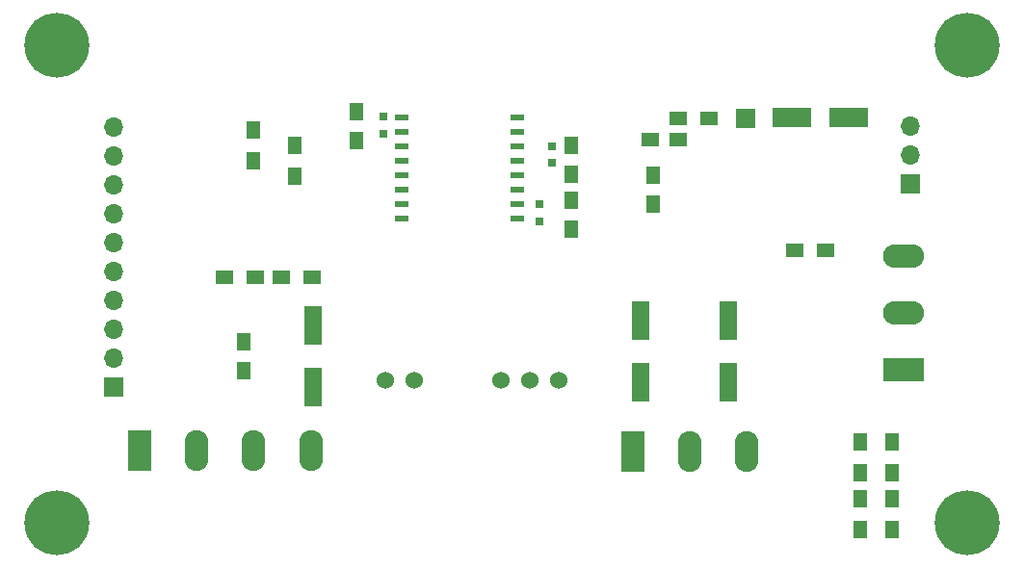
<source format=gts>
G04 #@! TF.FileFunction,Soldermask,Top*
%FSLAX46Y46*%
G04 Gerber Fmt 4.6, Leading zero omitted, Abs format (unit mm)*
G04 Created by KiCad (PCBNEW 4.0.6) date 2017 August 05, Saturday 23:38:27*
%MOMM*%
%LPD*%
G01*
G04 APERTURE LIST*
%ADD10C,0.100000*%
%ADD11R,1.700000X1.700000*%
%ADD12O,1.700000X1.700000*%
%ADD13R,3.600000X2.100000*%
%ADD14O,3.600000X2.100000*%
%ADD15R,1.250000X1.500000*%
%ADD16R,1.500000X1.250000*%
%ADD17R,1.500000X1.300000*%
%ADD18R,3.500000X1.800000*%
%ADD19R,2.100000X3.600000*%
%ADD20O,2.100000X3.600000*%
%ADD21R,1.300000X1.500000*%
%ADD22R,1.143000X0.508000*%
%ADD23R,1.600000X3.500000*%
%ADD24C,1.524000*%
%ADD25C,5.700000*%
%ADD26R,0.750000X0.800000*%
G04 APERTURE END LIST*
D10*
D11*
X175000000Y-122200000D03*
D12*
X175000000Y-119660000D03*
X175000000Y-117120000D03*
D13*
X174400000Y-138500000D03*
D14*
X174400000Y-133500000D03*
X174400000Y-128500000D03*
D15*
X126300000Y-118350000D03*
X126300000Y-115850000D03*
D16*
X154650000Y-118300000D03*
X152150000Y-118300000D03*
D15*
X152400000Y-121432000D03*
X152400000Y-123932000D03*
X145224500Y-118828500D03*
X145224500Y-121328500D03*
X145224500Y-123654500D03*
X145224500Y-126154500D03*
D17*
X122444500Y-130429000D03*
X119744500Y-130429000D03*
D18*
X169632000Y-116332000D03*
X164632000Y-116332000D03*
D11*
X105000000Y-140000000D03*
D12*
X105000000Y-137460000D03*
X105000000Y-134920000D03*
X105000000Y-132380000D03*
X105000000Y-129840000D03*
X105000000Y-127300000D03*
X105000000Y-124760000D03*
X105000000Y-122220000D03*
X105000000Y-119680000D03*
X105000000Y-117140000D03*
D19*
X107315000Y-145605500D03*
D20*
X112315000Y-145605500D03*
X117315000Y-145605500D03*
X122315000Y-145605500D03*
D19*
X150622000Y-145732500D03*
D20*
X155622000Y-145732500D03*
X160622000Y-145732500D03*
D21*
X117284500Y-117458500D03*
X117284500Y-120158500D03*
D17*
X114728000Y-130429000D03*
X117428000Y-130429000D03*
D21*
X120904000Y-118792000D03*
X120904000Y-121492000D03*
D17*
X157350000Y-116400000D03*
X154650000Y-116400000D03*
X164893000Y-128016000D03*
X167593000Y-128016000D03*
D21*
X170650000Y-144900000D03*
X170650000Y-147600000D03*
X173400000Y-147600000D03*
X173400000Y-144900000D03*
D11*
X160500000Y-116400000D03*
D22*
X130302000Y-116332000D03*
X130302000Y-117602000D03*
X130302000Y-118872000D03*
X130302000Y-120142000D03*
X130302000Y-121412000D03*
X130302000Y-122682000D03*
X130302000Y-123952000D03*
X130302000Y-125222000D03*
X140462000Y-125222000D03*
X140462000Y-123952000D03*
X140462000Y-122682000D03*
X140462000Y-121412000D03*
X140462000Y-120142000D03*
X140462000Y-118872000D03*
X140462000Y-117602000D03*
X140462000Y-116332000D03*
D23*
X122491500Y-140050500D03*
X122491500Y-134650500D03*
D15*
X116459000Y-138600500D03*
X116459000Y-136100500D03*
D23*
X151320500Y-134206000D03*
X151320500Y-139606000D03*
X159004000Y-139606000D03*
X159004000Y-134206000D03*
D21*
X170650000Y-152600000D03*
X170650000Y-149900000D03*
X173400000Y-152600000D03*
X173400000Y-149900000D03*
D24*
X128905000Y-139446000D03*
X131445000Y-139446000D03*
X139065000Y-139446000D03*
X141605000Y-139446000D03*
X144145000Y-139446000D03*
D25*
X100000000Y-110000000D03*
X100000000Y-152000000D03*
X180000000Y-110000000D03*
X180000000Y-152000000D03*
D26*
X128700000Y-117750000D03*
X128700000Y-116250000D03*
X143500000Y-118850000D03*
X143500000Y-120350000D03*
X142400000Y-123950000D03*
X142400000Y-125450000D03*
M02*

</source>
